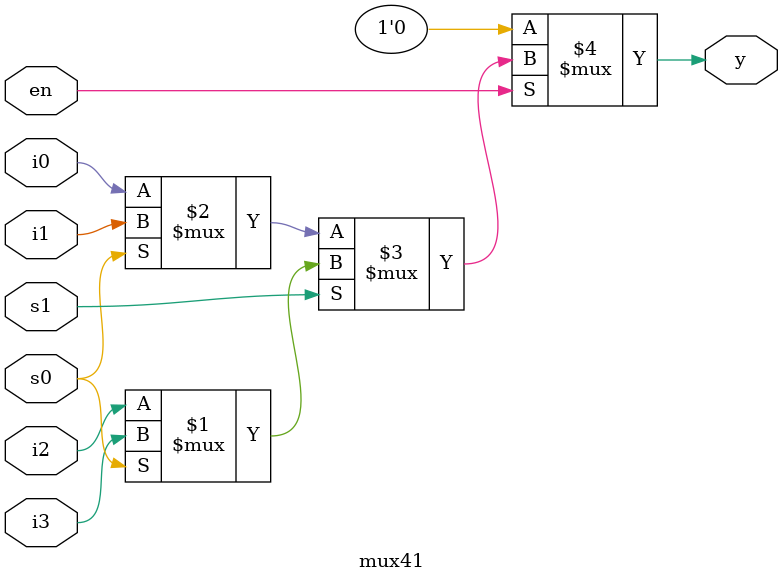
<source format=v>
module mux41(en,s1,s0,i0,i1,i2,i3,y);
input en,s1,s0,i0,i1,i2,i3;
output y;
assign y=en?(s1?(s0?i3:i2):(s0?i1:i0)):1'b0;
endmodule

</source>
